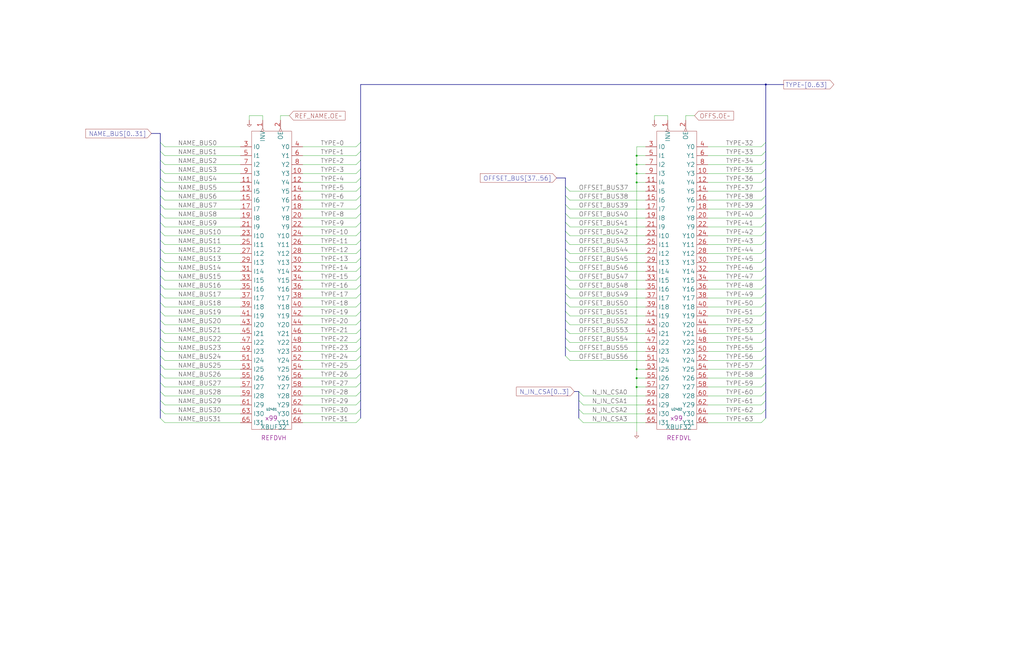
<source format=kicad_sch>
(kicad_sch (version 20220126) (generator eeschema)
  (paper "User" 584.2 378.46)
  (title_block (title "CONTROL STACK REF DRIVE") (date "22-MAY-90") (rev "1.0") (comment 1 "SEQUENCER") (comment 2 "232-003064") (comment 3 "S400") (comment 4 "RELEASED"))
  (lib_symbols
    (symbol "r1000:PD" (power) (pin_numbers hide) (pin_names hide) (in_bom no)
      (symbol "PD_0_1"
        (polyline (pts (xy 0 -2.54) (xy 1.27 -2.54) (xy 0 -3.81) (xy -1.27 -2.54) (xy 0 -2.54)) (stroke (width 0.1524)))
      )
      (symbol "PD_1_1"
        (pin power_in line (at 0 0 270) (length 2.54) (name "PD") (number "1"))
      )
    )
    (symbol "r1000:XBUF32" (pin_names (offset 1.016))
      (property "Reference" "U" (at 2.54 5.08 0))
      (property "Value" "XBUF32" (at -3.81 -5.08 0))
      (property "Location" "___" (at -1.27 0 0))
      (property "Name" "______" (at 3.81 -12.7 0))
      (symbol "XBUF32_1_1"
        (rectangle (start -8.89 163.83) (end 13.97 -6.35))
        (circle (center -2.54 164.465) (radius 0.635))
        (circle (center 7.62 164.465) (radius 0.635))
        (pin input line (at -2.54 170.18 270) (length 5.08) (name "INV") (number "1"))
        (pin tri_state line (at 20.32 139.7 180) (length 6.35) (name "Y3") (number "10"))
        (pin input line (at -15.24 134.62 0) (length 6.35) (name "I4") (number "11"))
        (pin tri_state line (at 20.32 134.62 180) (length 6.35) (name "Y4") (number "12"))
        (pin input line (at -15.24 129.54 0) (length 6.35) (name "I5") (number "13"))
        (pin tri_state line (at 20.32 129.54 180) (length 6.35) (name "Y5") (number "14"))
        (pin input line (at -15.24 124.46 0) (length 6.35) (name "I6") (number "15"))
        (pin tri_state line (at 20.32 124.46 180) (length 6.35) (name "Y6") (number "16"))
        (pin input line (at -15.24 119.38 0) (length 6.35) (name "I7") (number "17"))
        (pin tri_state line (at 20.32 119.38 180) (length 6.35) (name "Y7") (number "18"))
        (pin input line (at -15.24 114.3 0) (length 6.35) (name "I8") (number "19"))
        (pin input line (at 7.62 170.18 270) (length 5.08) (name "OE") (number "2"))
        (pin tri_state line (at 20.32 114.3 180) (length 6.35) (name "Y8") (number "20"))
        (pin input line (at -15.24 109.22 0) (length 6.35) (name "I9") (number "21"))
        (pin tri_state line (at 20.32 109.22 180) (length 6.35) (name "Y9") (number "22"))
        (pin input line (at -15.24 104.14 0) (length 6.35) (name "I10") (number "23"))
        (pin tri_state line (at 20.32 104.14 180) (length 6.35) (name "Y10") (number "24"))
        (pin input line (at -15.24 99.06 0) (length 6.35) (name "I11") (number "25"))
        (pin tri_state line (at 20.32 99.06 180) (length 6.35) (name "Y11") (number "26"))
        (pin input line (at -15.24 93.98 0) (length 6.35) (name "I12") (number "27"))
        (pin tri_state line (at 20.32 93.98 180) (length 6.35) (name "Y12") (number "28"))
        (pin input line (at -15.24 88.9 0) (length 6.35) (name "I13") (number "29"))
        (pin input line (at -15.24 154.94 0) (length 6.35) (name "I0") (number "3"))
        (pin tri_state line (at 20.32 88.9 180) (length 6.35) (name "Y13") (number "30"))
        (pin input line (at -15.24 83.82 0) (length 6.35) (name "I14") (number "31"))
        (pin tri_state line (at 20.32 83.82 180) (length 6.35) (name "Y14") (number "32"))
        (pin input line (at -15.24 78.74 0) (length 6.35) (name "I15") (number "33"))
        (pin tri_state line (at 20.32 78.74 180) (length 6.35) (name "Y15") (number "34"))
        (pin input line (at -15.24 73.66 0) (length 6.35) (name "I16") (number "35"))
        (pin tri_state line (at 20.32 73.66 180) (length 6.35) (name "Y16") (number "36"))
        (pin input line (at -15.24 68.58 0) (length 6.35) (name "I17") (number "37"))
        (pin tri_state line (at 20.32 68.58 180) (length 6.35) (name "Y17") (number "38"))
        (pin input line (at -15.24 63.5 0) (length 6.35) (name "I18") (number "39"))
        (pin tri_state line (at 20.32 154.94 180) (length 6.35) (name "Y0") (number "4"))
        (pin tri_state line (at 20.32 63.5 180) (length 6.35) (name "Y18") (number "40"))
        (pin input line (at -15.24 58.42 0) (length 6.35) (name "I19") (number "41"))
        (pin tri_state line (at 20.32 58.42 180) (length 6.35) (name "Y19") (number "42"))
        (pin input line (at -15.24 53.34 0) (length 6.35) (name "I20") (number "43"))
        (pin tri_state line (at 20.32 53.34 180) (length 6.35) (name "Y20") (number "44"))
        (pin input line (at -15.24 48.26 0) (length 6.35) (name "I21") (number "45"))
        (pin tri_state line (at 20.32 48.26 180) (length 6.35) (name "Y21") (number "46"))
        (pin input line (at -15.24 43.18 0) (length 6.35) (name "I22") (number "47"))
        (pin tri_state line (at 20.32 43.18 180) (length 6.35) (name "Y22") (number "48"))
        (pin input line (at -15.24 38.1 0) (length 6.35) (name "I23") (number "49"))
        (pin input line (at -15.24 149.86 0) (length 6.35) (name "I1") (number "5"))
        (pin tri_state line (at 20.32 38.1 180) (length 6.35) (name "Y23") (number "50"))
        (pin input line (at -15.24 33.02 0) (length 6.35) (name "I24") (number "51"))
        (pin tri_state line (at 20.32 33.02 180) (length 6.35) (name "Y24") (number "52"))
        (pin input line (at -15.24 27.94 0) (length 6.35) (name "I25") (number "53"))
        (pin tri_state line (at 20.32 27.94 180) (length 6.35) (name "Y25") (number "54"))
        (pin input line (at -15.24 22.86 0) (length 6.35) (name "I26") (number "55"))
        (pin tri_state line (at 20.32 22.86 180) (length 6.35) (name "Y26") (number "56"))
        (pin input line (at -15.24 17.78 0) (length 6.35) (name "I27") (number "57"))
        (pin tri_state line (at 20.32 17.78 180) (length 6.35) (name "Y27") (number "58"))
        (pin input line (at -15.24 12.7 0) (length 6.35) (name "I28") (number "59"))
        (pin tri_state line (at 20.32 149.86 180) (length 6.35) (name "Y1") (number "6"))
        (pin tri_state line (at 20.32 12.7 180) (length 6.35) (name "Y28") (number "60"))
        (pin input line (at -15.24 7.62 0) (length 6.35) (name "I29") (number "61"))
        (pin tri_state line (at 20.32 7.62 180) (length 6.35) (name "Y29") (number "62"))
        (pin input line (at -15.24 2.54 0) (length 6.35) (name "I30") (number "63"))
        (pin tri_state line (at 20.32 2.54 180) (length 6.35) (name "Y30") (number "64"))
        (pin input line (at -15.24 -2.54 0) (length 6.35) (name "I31") (number "65"))
        (pin tri_state line (at 20.32 -2.54 180) (length 6.35) (name "Y31") (number "66"))
        (pin input line (at -15.24 144.78 0) (length 6.35) (name "I2") (number "7"))
        (pin tri_state line (at 20.32 144.78 180) (length 6.35) (name "Y2") (number "8"))
        (pin input line (at -15.24 139.7 0) (length 6.35) (name "I3") (number "9"))
      )
    )
  )
  (bus (pts (xy 205.74 101.6) (xy 205.74 106.68)))
  (bus (pts (xy 205.74 106.68) (xy 205.74 111.76)))
  (bus (pts (xy 205.74 111.76) (xy 205.74 116.84)))
  (bus (pts (xy 205.74 116.84) (xy 205.74 121.92)))
  (bus (pts (xy 205.74 121.92) (xy 205.74 127)))
  (bus (pts (xy 205.74 127) (xy 205.74 132.08)))
  (bus (pts (xy 205.74 132.08) (xy 205.74 137.16)))
  (bus (pts (xy 205.74 137.16) (xy 205.74 142.24)))
  (bus (pts (xy 205.74 142.24) (xy 205.74 147.32)))
  (bus (pts (xy 205.74 147.32) (xy 205.74 152.4)))
  (bus (pts (xy 205.74 152.4) (xy 205.74 157.48)))
  (bus (pts (xy 205.74 157.48) (xy 205.74 162.56)))
  (bus (pts (xy 205.74 162.56) (xy 205.74 167.64)))
  (bus (pts (xy 205.74 167.64) (xy 205.74 172.72)))
  (bus (pts (xy 205.74 172.72) (xy 205.74 177.8)))
  (bus (pts (xy 205.74 177.8) (xy 205.74 182.88)))
  (bus (pts (xy 205.74 182.88) (xy 205.74 187.96)))
  (bus (pts (xy 205.74 187.96) (xy 205.74 193.04)))
  (bus (pts (xy 205.74 193.04) (xy 205.74 198.12)))
  (bus (pts (xy 205.74 198.12) (xy 205.74 203.2)))
  (bus (pts (xy 205.74 203.2) (xy 205.74 208.28)))
  (bus (pts (xy 205.74 208.28) (xy 205.74 213.36)))
  (bus (pts (xy 205.74 213.36) (xy 205.74 218.44)))
  (bus (pts (xy 205.74 218.44) (xy 205.74 223.52)))
  (bus (pts (xy 205.74 223.52) (xy 205.74 228.6)))
  (bus (pts (xy 205.74 228.6) (xy 205.74 233.68)))
  (bus (pts (xy 205.74 233.68) (xy 205.74 238.76)))
  (bus (pts (xy 205.74 48.26) (xy 205.74 81.28)))
  (bus (pts (xy 205.74 81.28) (xy 205.74 86.36)))
  (bus (pts (xy 205.74 86.36) (xy 205.74 91.44)))
  (bus (pts (xy 205.74 91.44) (xy 205.74 96.52)))
  (bus (pts (xy 205.74 96.52) (xy 205.74 101.6)))
  (bus (pts (xy 317.5 101.6) (xy 322.58 101.6)))
  (bus (pts (xy 322.58 101.6) (xy 322.58 106.68)))
  (bus (pts (xy 322.58 106.68) (xy 322.58 111.76)))
  (bus (pts (xy 322.58 111.76) (xy 322.58 116.84)))
  (bus (pts (xy 322.58 116.84) (xy 322.58 121.92)))
  (bus (pts (xy 322.58 121.92) (xy 322.58 127)))
  (bus (pts (xy 322.58 127) (xy 322.58 132.08)))
  (bus (pts (xy 322.58 132.08) (xy 322.58 137.16)))
  (bus (pts (xy 322.58 137.16) (xy 322.58 142.24)))
  (bus (pts (xy 322.58 142.24) (xy 322.58 147.32)))
  (bus (pts (xy 322.58 147.32) (xy 322.58 152.4)))
  (bus (pts (xy 322.58 152.4) (xy 322.58 157.48)))
  (bus (pts (xy 322.58 157.48) (xy 322.58 162.56)))
  (bus (pts (xy 322.58 162.56) (xy 322.58 167.64)))
  (bus (pts (xy 322.58 167.64) (xy 322.58 172.72)))
  (bus (pts (xy 322.58 172.72) (xy 322.58 177.8)))
  (bus (pts (xy 322.58 177.8) (xy 322.58 182.88)))
  (bus (pts (xy 322.58 182.88) (xy 322.58 187.96)))
  (bus (pts (xy 322.58 187.96) (xy 322.58 193.04)))
  (bus (pts (xy 322.58 193.04) (xy 322.58 198.12)))
  (bus (pts (xy 322.58 198.12) (xy 322.58 203.2)))
  (bus (pts (xy 327.66 223.52) (xy 330.2 223.52)))
  (bus (pts (xy 330.2 223.52) (xy 330.2 228.6)))
  (bus (pts (xy 330.2 228.6) (xy 330.2 233.68)))
  (bus (pts (xy 330.2 233.68) (xy 330.2 238.76)))
  (bus (pts (xy 436.88 101.6) (xy 436.88 106.68)))
  (bus (pts (xy 436.88 106.68) (xy 436.88 111.76)))
  (bus (pts (xy 436.88 111.76) (xy 436.88 116.84)))
  (bus (pts (xy 436.88 116.84) (xy 436.88 121.92)))
  (bus (pts (xy 436.88 121.92) (xy 436.88 127)))
  (bus (pts (xy 436.88 127) (xy 436.88 132.08)))
  (bus (pts (xy 436.88 132.08) (xy 436.88 137.16)))
  (bus (pts (xy 436.88 137.16) (xy 436.88 142.24)))
  (bus (pts (xy 436.88 142.24) (xy 436.88 147.32)))
  (bus (pts (xy 436.88 147.32) (xy 436.88 152.4)))
  (bus (pts (xy 436.88 152.4) (xy 436.88 157.48)))
  (bus (pts (xy 436.88 157.48) (xy 436.88 162.56)))
  (bus (pts (xy 436.88 162.56) (xy 436.88 167.64)))
  (bus (pts (xy 436.88 167.64) (xy 436.88 172.72)))
  (bus (pts (xy 436.88 172.72) (xy 436.88 177.8)))
  (bus (pts (xy 436.88 177.8) (xy 436.88 182.88)))
  (bus (pts (xy 436.88 182.88) (xy 436.88 187.96)))
  (bus (pts (xy 436.88 187.96) (xy 436.88 193.04)))
  (bus (pts (xy 436.88 193.04) (xy 436.88 198.12)))
  (bus (pts (xy 436.88 198.12) (xy 436.88 203.2)))
  (bus (pts (xy 436.88 203.2) (xy 436.88 208.28)))
  (bus (pts (xy 436.88 208.28) (xy 436.88 213.36)))
  (bus (pts (xy 436.88 213.36) (xy 436.88 218.44)))
  (bus (pts (xy 436.88 218.44) (xy 436.88 223.52)))
  (bus (pts (xy 436.88 223.52) (xy 436.88 228.6)))
  (bus (pts (xy 436.88 228.6) (xy 436.88 233.68)))
  (bus (pts (xy 436.88 233.68) (xy 436.88 238.76)))
  (bus (pts (xy 436.88 48.26) (xy 205.74 48.26)))
  (bus (pts (xy 436.88 48.26) (xy 436.88 81.28)))
  (bus (pts (xy 436.88 81.28) (xy 436.88 86.36)))
  (bus (pts (xy 436.88 86.36) (xy 436.88 91.44)))
  (bus (pts (xy 436.88 91.44) (xy 436.88 96.52)))
  (bus (pts (xy 436.88 96.52) (xy 436.88 101.6)))
  (bus (pts (xy 447.04 48.26) (xy 436.88 48.26)))
  (bus (pts (xy 86.36 76.2) (xy 91.44 76.2)))
  (bus (pts (xy 91.44 101.6) (xy 91.44 106.68)))
  (bus (pts (xy 91.44 106.68) (xy 91.44 111.76)))
  (bus (pts (xy 91.44 111.76) (xy 91.44 116.84)))
  (bus (pts (xy 91.44 116.84) (xy 91.44 121.92)))
  (bus (pts (xy 91.44 121.92) (xy 91.44 127)))
  (bus (pts (xy 91.44 127) (xy 91.44 132.08)))
  (bus (pts (xy 91.44 132.08) (xy 91.44 137.16)))
  (bus (pts (xy 91.44 137.16) (xy 91.44 142.24)))
  (bus (pts (xy 91.44 142.24) (xy 91.44 147.32)))
  (bus (pts (xy 91.44 147.32) (xy 91.44 152.4)))
  (bus (pts (xy 91.44 152.4) (xy 91.44 157.48)))
  (bus (pts (xy 91.44 157.48) (xy 91.44 162.56)))
  (bus (pts (xy 91.44 162.56) (xy 91.44 167.64)))
  (bus (pts (xy 91.44 167.64) (xy 91.44 172.72)))
  (bus (pts (xy 91.44 172.72) (xy 91.44 177.8)))
  (bus (pts (xy 91.44 177.8) (xy 91.44 182.88)))
  (bus (pts (xy 91.44 182.88) (xy 91.44 187.96)))
  (bus (pts (xy 91.44 187.96) (xy 91.44 193.04)))
  (bus (pts (xy 91.44 193.04) (xy 91.44 198.12)))
  (bus (pts (xy 91.44 198.12) (xy 91.44 203.2)))
  (bus (pts (xy 91.44 203.2) (xy 91.44 208.28)))
  (bus (pts (xy 91.44 208.28) (xy 91.44 213.36)))
  (bus (pts (xy 91.44 213.36) (xy 91.44 218.44)))
  (bus (pts (xy 91.44 218.44) (xy 91.44 223.52)))
  (bus (pts (xy 91.44 223.52) (xy 91.44 228.6)))
  (bus (pts (xy 91.44 228.6) (xy 91.44 233.68)))
  (bus (pts (xy 91.44 233.68) (xy 91.44 238.76)))
  (bus (pts (xy 91.44 76.2) (xy 91.44 81.28)))
  (bus (pts (xy 91.44 81.28) (xy 91.44 86.36)))
  (bus (pts (xy 91.44 86.36) (xy 91.44 91.44)))
  (bus (pts (xy 91.44 91.44) (xy 91.44 96.52)))
  (bus (pts (xy 91.44 96.52) (xy 91.44 101.6)))
  (wire (pts (xy 142.24 66.04) (xy 149.86 66.04)))
  (wire (pts (xy 142.24 68.58) (xy 142.24 66.04)))
  (wire (pts (xy 149.86 66.04) (xy 149.86 68.58)))
  (wire (pts (xy 160.02 66.04) (xy 160.02 68.58)))
  (wire (pts (xy 165.1 66.04) (xy 160.02 66.04)))
  (wire (pts (xy 172.72 104.14) (xy 203.2 104.14)))
  (wire (pts (xy 172.72 109.22) (xy 203.2 109.22)))
  (wire (pts (xy 172.72 114.3) (xy 203.2 114.3)))
  (wire (pts (xy 172.72 119.38) (xy 203.2 119.38)))
  (wire (pts (xy 172.72 124.46) (xy 203.2 124.46)))
  (wire (pts (xy 172.72 129.54) (xy 203.2 129.54)))
  (wire (pts (xy 172.72 134.62) (xy 203.2 134.62)))
  (wire (pts (xy 172.72 139.7) (xy 203.2 139.7)))
  (wire (pts (xy 172.72 144.78) (xy 203.2 144.78)))
  (wire (pts (xy 172.72 149.86) (xy 203.2 149.86)))
  (wire (pts (xy 172.72 154.94) (xy 203.2 154.94)))
  (wire (pts (xy 172.72 160.02) (xy 203.2 160.02)))
  (wire (pts (xy 172.72 165.1) (xy 203.2 165.1)))
  (wire (pts (xy 172.72 170.18) (xy 203.2 170.18)))
  (wire (pts (xy 172.72 175.26) (xy 203.2 175.26)))
  (wire (pts (xy 172.72 180.34) (xy 203.2 180.34)))
  (wire (pts (xy 172.72 185.42) (xy 203.2 185.42)))
  (wire (pts (xy 172.72 190.5) (xy 203.2 190.5)))
  (wire (pts (xy 172.72 195.58) (xy 203.2 195.58)))
  (wire (pts (xy 172.72 200.66) (xy 203.2 200.66)))
  (wire (pts (xy 172.72 205.74) (xy 203.2 205.74)))
  (wire (pts (xy 172.72 210.82) (xy 203.2 210.82)))
  (wire (pts (xy 172.72 215.9) (xy 203.2 215.9)))
  (wire (pts (xy 172.72 220.98) (xy 203.2 220.98)))
  (wire (pts (xy 172.72 226.06) (xy 203.2 226.06)))
  (wire (pts (xy 172.72 231.14) (xy 203.2 231.14)))
  (wire (pts (xy 172.72 236.22) (xy 203.2 236.22)))
  (wire (pts (xy 172.72 241.3) (xy 203.2 241.3)))
  (wire (pts (xy 172.72 83.82) (xy 203.2 83.82)))
  (wire (pts (xy 172.72 88.9) (xy 203.2 88.9)))
  (wire (pts (xy 172.72 93.98) (xy 203.2 93.98)))
  (wire (pts (xy 172.72 99.06) (xy 203.2 99.06)))
  (wire (pts (xy 325.12 109.22) (xy 368.3 109.22)))
  (wire (pts (xy 325.12 114.3) (xy 368.3 114.3)))
  (wire (pts (xy 325.12 119.38) (xy 368.3 119.38)))
  (wire (pts (xy 325.12 124.46) (xy 368.3 124.46)))
  (wire (pts (xy 325.12 129.54) (xy 368.3 129.54)))
  (wire (pts (xy 325.12 134.62) (xy 368.3 134.62)))
  (wire (pts (xy 325.12 139.7) (xy 368.3 139.7)))
  (wire (pts (xy 325.12 144.78) (xy 368.3 144.78)))
  (wire (pts (xy 325.12 149.86) (xy 368.3 149.86)))
  (wire (pts (xy 325.12 154.94) (xy 368.3 154.94)))
  (wire (pts (xy 325.12 160.02) (xy 368.3 160.02)))
  (wire (pts (xy 325.12 165.1) (xy 368.3 165.1)))
  (wire (pts (xy 325.12 170.18) (xy 368.3 170.18)))
  (wire (pts (xy 325.12 175.26) (xy 368.3 175.26)))
  (wire (pts (xy 325.12 180.34) (xy 368.3 180.34)))
  (wire (pts (xy 325.12 185.42) (xy 368.3 185.42)))
  (wire (pts (xy 325.12 190.5) (xy 368.3 190.5)))
  (wire (pts (xy 325.12 195.58) (xy 368.3 195.58)))
  (wire (pts (xy 325.12 200.66) (xy 368.3 200.66)))
  (wire (pts (xy 325.12 205.74) (xy 368.3 205.74)))
  (wire (pts (xy 332.74 226.06) (xy 368.3 226.06)))
  (wire (pts (xy 332.74 231.14) (xy 368.3 231.14)))
  (wire (pts (xy 332.74 236.22) (xy 368.3 236.22)))
  (wire (pts (xy 332.74 241.3) (xy 368.3 241.3)))
  (wire (pts (xy 363.22 104.14) (xy 363.22 210.82)))
  (wire (pts (xy 363.22 104.14) (xy 368.3 104.14)))
  (wire (pts (xy 363.22 210.82) (xy 363.22 215.9)))
  (wire (pts (xy 363.22 210.82) (xy 368.3 210.82)))
  (wire (pts (xy 363.22 215.9) (xy 363.22 220.98)))
  (wire (pts (xy 363.22 215.9) (xy 368.3 215.9)))
  (wire (pts (xy 363.22 220.98) (xy 363.22 246.38)))
  (wire (pts (xy 363.22 220.98) (xy 368.3 220.98)))
  (wire (pts (xy 363.22 83.82) (xy 363.22 88.9)))
  (wire (pts (xy 363.22 88.9) (xy 363.22 93.98)))
  (wire (pts (xy 363.22 88.9) (xy 368.3 88.9)))
  (wire (pts (xy 363.22 93.98) (xy 363.22 99.06)))
  (wire (pts (xy 363.22 93.98) (xy 368.3 93.98)))
  (wire (pts (xy 363.22 99.06) (xy 363.22 104.14)))
  (wire (pts (xy 363.22 99.06) (xy 368.3 99.06)))
  (wire (pts (xy 368.3 83.82) (xy 363.22 83.82)))
  (wire (pts (xy 373.38 66.04) (xy 381 66.04)))
  (wire (pts (xy 373.38 68.58) (xy 373.38 66.04)))
  (wire (pts (xy 381 66.04) (xy 381 68.58)))
  (wire (pts (xy 391.16 66.04) (xy 391.16 68.58)))
  (wire (pts (xy 396.24 66.04) (xy 391.16 66.04)))
  (wire (pts (xy 403.86 104.14) (xy 434.34 104.14)))
  (wire (pts (xy 403.86 109.22) (xy 434.34 109.22)))
  (wire (pts (xy 403.86 114.3) (xy 434.34 114.3)))
  (wire (pts (xy 403.86 119.38) (xy 434.34 119.38)))
  (wire (pts (xy 403.86 124.46) (xy 434.34 124.46)))
  (wire (pts (xy 403.86 129.54) (xy 434.34 129.54)))
  (wire (pts (xy 403.86 134.62) (xy 434.34 134.62)))
  (wire (pts (xy 403.86 139.7) (xy 434.34 139.7)))
  (wire (pts (xy 403.86 144.78) (xy 434.34 144.78)))
  (wire (pts (xy 403.86 149.86) (xy 434.34 149.86)))
  (wire (pts (xy 403.86 154.94) (xy 434.34 154.94)))
  (wire (pts (xy 403.86 160.02) (xy 434.34 160.02)))
  (wire (pts (xy 403.86 165.1) (xy 434.34 165.1)))
  (wire (pts (xy 403.86 170.18) (xy 434.34 170.18)))
  (wire (pts (xy 403.86 175.26) (xy 434.34 175.26)))
  (wire (pts (xy 403.86 180.34) (xy 434.34 180.34)))
  (wire (pts (xy 403.86 185.42) (xy 434.34 185.42)))
  (wire (pts (xy 403.86 190.5) (xy 434.34 190.5)))
  (wire (pts (xy 403.86 195.58) (xy 434.34 195.58)))
  (wire (pts (xy 403.86 200.66) (xy 434.34 200.66)))
  (wire (pts (xy 403.86 205.74) (xy 434.34 205.74)))
  (wire (pts (xy 403.86 210.82) (xy 434.34 210.82)))
  (wire (pts (xy 403.86 215.9) (xy 434.34 215.9)))
  (wire (pts (xy 403.86 220.98) (xy 434.34 220.98)))
  (wire (pts (xy 403.86 226.06) (xy 434.34 226.06)))
  (wire (pts (xy 403.86 231.14) (xy 434.34 231.14)))
  (wire (pts (xy 403.86 236.22) (xy 434.34 236.22)))
  (wire (pts (xy 403.86 241.3) (xy 434.34 241.3)))
  (wire (pts (xy 403.86 83.82) (xy 434.34 83.82)))
  (wire (pts (xy 403.86 88.9) (xy 434.34 88.9)))
  (wire (pts (xy 403.86 93.98) (xy 434.34 93.98)))
  (wire (pts (xy 403.86 99.06) (xy 434.34 99.06)))
  (wire (pts (xy 93.98 104.14) (xy 137.16 104.14)))
  (wire (pts (xy 93.98 109.22) (xy 137.16 109.22)))
  (wire (pts (xy 93.98 114.3) (xy 137.16 114.3)))
  (wire (pts (xy 93.98 119.38) (xy 137.16 119.38)))
  (wire (pts (xy 93.98 124.46) (xy 137.16 124.46)))
  (wire (pts (xy 93.98 129.54) (xy 137.16 129.54)))
  (wire (pts (xy 93.98 134.62) (xy 137.16 134.62)))
  (wire (pts (xy 93.98 139.7) (xy 137.16 139.7)))
  (wire (pts (xy 93.98 144.78) (xy 137.16 144.78)))
  (wire (pts (xy 93.98 149.86) (xy 137.16 149.86)))
  (wire (pts (xy 93.98 154.94) (xy 137.16 154.94)))
  (wire (pts (xy 93.98 160.02) (xy 137.16 160.02)))
  (wire (pts (xy 93.98 165.1) (xy 137.16 165.1)))
  (wire (pts (xy 93.98 170.18) (xy 137.16 170.18)))
  (wire (pts (xy 93.98 175.26) (xy 137.16 175.26)))
  (wire (pts (xy 93.98 180.34) (xy 137.16 180.34)))
  (wire (pts (xy 93.98 185.42) (xy 137.16 185.42)))
  (wire (pts (xy 93.98 190.5) (xy 137.16 190.5)))
  (wire (pts (xy 93.98 195.58) (xy 137.16 195.58)))
  (wire (pts (xy 93.98 200.66) (xy 137.16 200.66)))
  (wire (pts (xy 93.98 205.74) (xy 137.16 205.74)))
  (wire (pts (xy 93.98 210.82) (xy 137.16 210.82)))
  (wire (pts (xy 93.98 215.9) (xy 137.16 215.9)))
  (wire (pts (xy 93.98 220.98) (xy 137.16 220.98)))
  (wire (pts (xy 93.98 226.06) (xy 137.16 226.06)))
  (wire (pts (xy 93.98 231.14) (xy 137.16 231.14)))
  (wire (pts (xy 93.98 236.22) (xy 137.16 236.22)))
  (wire (pts (xy 93.98 241.3) (xy 137.16 241.3)))
  (wire (pts (xy 93.98 83.82) (xy 137.16 83.82)))
  (wire (pts (xy 93.98 88.9) (xy 137.16 88.9)))
  (wire (pts (xy 93.98 93.98) (xy 137.16 93.98)))
  (wire (pts (xy 93.98 99.06) (xy 137.16 99.06)))
  (global_label "NAME_BUS[0..31]" (shape input) (at 86.36 76.2 180) (effects (font (size 2.54 2.54))) (property "Intersheet References" "${INTERSHEET_REFS}" (at 48.8769 76.0413 0) (effects (font (size 1.905 1.905)) (justify right))))
  (bus_entry (at 91.44 81.28) (size 2.54 2.54))
  (bus_entry (at 91.44 86.36) (size 2.54 2.54))
  (bus_entry (at 91.44 91.44) (size 2.54 2.54))
  (bus_entry (at 91.44 96.52) (size 2.54 2.54))
  (bus_entry (at 91.44 101.6) (size 2.54 2.54))
  (bus_entry (at 91.44 106.68) (size 2.54 2.54))
  (bus_entry (at 91.44 111.76) (size 2.54 2.54))
  (bus_entry (at 91.44 116.84) (size 2.54 2.54))
  (bus_entry (at 91.44 121.92) (size 2.54 2.54))
  (bus_entry (at 91.44 127) (size 2.54 2.54))
  (bus_entry (at 91.44 132.08) (size 2.54 2.54))
  (bus_entry (at 91.44 137.16) (size 2.54 2.54))
  (bus_entry (at 91.44 142.24) (size 2.54 2.54))
  (bus_entry (at 91.44 147.32) (size 2.54 2.54))
  (bus_entry (at 91.44 152.4) (size 2.54 2.54))
  (bus_entry (at 91.44 157.48) (size 2.54 2.54))
  (bus_entry (at 91.44 162.56) (size 2.54 2.54))
  (bus_entry (at 91.44 167.64) (size 2.54 2.54))
  (bus_entry (at 91.44 172.72) (size 2.54 2.54))
  (bus_entry (at 91.44 177.8) (size 2.54 2.54))
  (bus_entry (at 91.44 182.88) (size 2.54 2.54))
  (bus_entry (at 91.44 187.96) (size 2.54 2.54))
  (bus_entry (at 91.44 193.04) (size 2.54 2.54))
  (bus_entry (at 91.44 198.12) (size 2.54 2.54))
  (bus_entry (at 91.44 203.2) (size 2.54 2.54))
  (bus_entry (at 91.44 208.28) (size 2.54 2.54))
  (bus_entry (at 91.44 213.36) (size 2.54 2.54))
  (bus_entry (at 91.44 218.44) (size 2.54 2.54))
  (bus_entry (at 91.44 223.52) (size 2.54 2.54))
  (bus_entry (at 91.44 228.6) (size 2.54 2.54))
  (bus_entry (at 91.44 233.68) (size 2.54 2.54))
  (bus_entry (at 91.44 238.76) (size 2.54 2.54))
  (label "NAME_BUS0" (at 101.6 83.82 0) (effects (font (size 2.54 2.54))))
  (label "NAME_BUS1" (at 101.6 88.9 0) (effects (font (size 2.54 2.54))))
  (label "NAME_BUS2" (at 101.6 93.98 0) (effects (font (size 2.54 2.54))))
  (label "NAME_BUS3" (at 101.6 99.06 0) (effects (font (size 2.54 2.54))))
  (label "NAME_BUS4" (at 101.6 104.14 0) (effects (font (size 2.54 2.54))))
  (label "NAME_BUS5" (at 101.6 109.22 0) (effects (font (size 2.54 2.54))))
  (label "NAME_BUS6" (at 101.6 114.3 0) (effects (font (size 2.54 2.54))))
  (label "NAME_BUS7" (at 101.6 119.38 0) (effects (font (size 2.54 2.54))))
  (label "NAME_BUS8" (at 101.6 124.46 0) (effects (font (size 2.54 2.54))))
  (label "NAME_BUS9" (at 101.6 129.54 0) (effects (font (size 2.54 2.54))))
  (label "NAME_BUS10" (at 101.6 134.62 0) (effects (font (size 2.54 2.54))))
  (label "NAME_BUS11" (at 101.6 139.7 0) (effects (font (size 2.54 2.54))))
  (label "NAME_BUS12" (at 101.6 144.78 0) (effects (font (size 2.54 2.54))))
  (label "NAME_BUS13" (at 101.6 149.86 0) (effects (font (size 2.54 2.54))))
  (label "NAME_BUS14" (at 101.6 154.94 0) (effects (font (size 2.54 2.54))))
  (label "NAME_BUS15" (at 101.6 160.02 0) (effects (font (size 2.54 2.54))))
  (label "NAME_BUS16" (at 101.6 165.1 0) (effects (font (size 2.54 2.54))))
  (label "NAME_BUS17" (at 101.6 170.18 0) (effects (font (size 2.54 2.54))))
  (label "NAME_BUS18" (at 101.6 175.26 0) (effects (font (size 2.54 2.54))))
  (label "NAME_BUS19" (at 101.6 180.34 0) (effects (font (size 2.54 2.54))))
  (label "NAME_BUS20" (at 101.6 185.42 0) (effects (font (size 2.54 2.54))))
  (label "NAME_BUS21" (at 101.6 190.5 0) (effects (font (size 2.54 2.54))))
  (label "NAME_BUS22" (at 101.6 195.58 0) (effects (font (size 2.54 2.54))))
  (label "NAME_BUS23" (at 101.6 200.66 0) (effects (font (size 2.54 2.54))))
  (label "NAME_BUS24" (at 101.6 205.74 0) (effects (font (size 2.54 2.54))))
  (label "NAME_BUS25" (at 101.6 210.82 0) (effects (font (size 2.54 2.54))))
  (label "NAME_BUS26" (at 101.6 215.9 0) (effects (font (size 2.54 2.54))))
  (label "NAME_BUS27" (at 101.6 220.98 0) (effects (font (size 2.54 2.54))))
  (label "NAME_BUS28" (at 101.6 226.06 0) (effects (font (size 2.54 2.54))))
  (label "NAME_BUS29" (at 101.6 231.14 0) (effects (font (size 2.54 2.54))))
  (label "NAME_BUS30" (at 101.6 236.22 0) (effects (font (size 2.54 2.54))))
  (label "NAME_BUS31" (at 101.6 241.3 0) (effects (font (size 2.54 2.54))))
  (symbol (lib_id "r1000:PD") (at 142.24 68.58 0) (unit 1) (in_bom no)
    (property "Reference" "#PWR02402" (effects hide))
    (property "Value" "PD" (effects hide))
  )
  (symbol (lib_id "r1000:XBUF32") (at 152.4 238.76 0) (unit 1)
    (property "Reference" "U2401" (at 154.94 233.68 0))
    (property "Value" "XBUF32" (at 148.59 243.84 0) (effects (font (size 2.54 2.54)) (justify left)))
    (property "Location" "x99" (at 151.13 238.76 0) (effects (font (size 2.54 2.54)) (justify left)))
    (property "Name" "REFDVH" (at 156.21 251.46 0) (effects (font (size 2.54 2.54)) (justify bottom)))
  )
  (global_label "REF_NAME.OE~" (shape input) (at 165.1 66.04 0) (effects (font (size 2.54 2.54))) (property "Intersheet References" "${INTERSHEET_REFS}" (at 196.8984 65.8813 0) (effects (font (size 1.905 1.905)) (justify left))))
  (label "TYPE~0" (at 182.88 83.82 0) (effects (font (size 2.54 2.54))))
  (label "TYPE~1" (at 182.88 88.9 0) (effects (font (size 2.54 2.54))))
  (label "TYPE~2" (at 182.88 93.98 0) (effects (font (size 2.54 2.54))))
  (label "TYPE~3" (at 182.88 99.06 0) (effects (font (size 2.54 2.54))))
  (label "TYPE~4" (at 182.88 104.14 0) (effects (font (size 2.54 2.54))))
  (label "TYPE~5" (at 182.88 109.22 0) (effects (font (size 2.54 2.54))))
  (label "TYPE~6" (at 182.88 114.3 0) (effects (font (size 2.54 2.54))))
  (label "TYPE~7" (at 182.88 119.38 0) (effects (font (size 2.54 2.54))))
  (label "TYPE~8" (at 182.88 124.46 0) (effects (font (size 2.54 2.54))))
  (label "TYPE~9" (at 182.88 129.54 0) (effects (font (size 2.54 2.54))))
  (label "TYPE~10" (at 182.88 134.62 0) (effects (font (size 2.54 2.54))))
  (label "TYPE~11" (at 182.88 139.7 0) (effects (font (size 2.54 2.54))))
  (label "TYPE~12" (at 182.88 144.78 0) (effects (font (size 2.54 2.54))))
  (label "TYPE~13" (at 182.88 149.86 0) (effects (font (size 2.54 2.54))))
  (label "TYPE~14" (at 182.88 154.94 0) (effects (font (size 2.54 2.54))))
  (label "TYPE~15" (at 182.88 160.02 0) (effects (font (size 2.54 2.54))))
  (label "TYPE~16" (at 182.88 165.1 0) (effects (font (size 2.54 2.54))))
  (label "TYPE~17" (at 182.88 170.18 0) (effects (font (size 2.54 2.54))))
  (label "TYPE~18" (at 182.88 175.26 0) (effects (font (size 2.54 2.54))))
  (label "TYPE~19" (at 182.88 180.34 0) (effects (font (size 2.54 2.54))))
  (label "TYPE~20" (at 182.88 185.42 0) (effects (font (size 2.54 2.54))))
  (label "TYPE~21" (at 182.88 190.5 0) (effects (font (size 2.54 2.54))))
  (label "TYPE~22" (at 182.88 195.58 0) (effects (font (size 2.54 2.54))))
  (label "TYPE~23" (at 182.88 200.66 0) (effects (font (size 2.54 2.54))))
  (label "TYPE~24" (at 182.88 205.74 0) (effects (font (size 2.54 2.54))))
  (label "TYPE~25" (at 182.88 210.82 0) (effects (font (size 2.54 2.54))))
  (label "TYPE~26" (at 182.88 215.9 0) (effects (font (size 2.54 2.54))))
  (label "TYPE~27" (at 182.88 220.98 0) (effects (font (size 2.54 2.54))))
  (label "TYPE~28" (at 182.88 226.06 0) (effects (font (size 2.54 2.54))))
  (label "TYPE~29" (at 182.88 231.14 0) (effects (font (size 2.54 2.54))))
  (label "TYPE~30" (at 182.88 236.22 0) (effects (font (size 2.54 2.54))))
  (label "TYPE~31" (at 182.88 241.3 0) (effects (font (size 2.54 2.54))))
  (bus_entry (at 205.74 81.28) (size -2.54 2.54))
  (bus_entry (at 205.74 86.36) (size -2.54 2.54))
  (bus_entry (at 205.74 91.44) (size -2.54 2.54))
  (bus_entry (at 205.74 96.52) (size -2.54 2.54))
  (bus_entry (at 205.74 101.6) (size -2.54 2.54))
  (bus_entry (at 205.74 106.68) (size -2.54 2.54))
  (bus_entry (at 205.74 111.76) (size -2.54 2.54))
  (bus_entry (at 205.74 116.84) (size -2.54 2.54))
  (bus_entry (at 205.74 121.92) (size -2.54 2.54))
  (bus_entry (at 205.74 127) (size -2.54 2.54))
  (bus_entry (at 205.74 132.08) (size -2.54 2.54))
  (bus_entry (at 205.74 137.16) (size -2.54 2.54))
  (bus_entry (at 205.74 142.24) (size -2.54 2.54))
  (bus_entry (at 205.74 147.32) (size -2.54 2.54))
  (bus_entry (at 205.74 152.4) (size -2.54 2.54))
  (bus_entry (at 205.74 157.48) (size -2.54 2.54))
  (bus_entry (at 205.74 162.56) (size -2.54 2.54))
  (bus_entry (at 205.74 167.64) (size -2.54 2.54))
  (bus_entry (at 205.74 172.72) (size -2.54 2.54))
  (bus_entry (at 205.74 177.8) (size -2.54 2.54))
  (bus_entry (at 205.74 182.88) (size -2.54 2.54))
  (bus_entry (at 205.74 187.96) (size -2.54 2.54))
  (bus_entry (at 205.74 193.04) (size -2.54 2.54))
  (bus_entry (at 205.74 198.12) (size -2.54 2.54))
  (bus_entry (at 205.74 203.2) (size -2.54 2.54))
  (bus_entry (at 205.74 208.28) (size -2.54 2.54))
  (bus_entry (at 205.74 213.36) (size -2.54 2.54))
  (bus_entry (at 205.74 218.44) (size -2.54 2.54))
  (bus_entry (at 205.74 223.52) (size -2.54 2.54))
  (bus_entry (at 205.74 228.6) (size -2.54 2.54))
  (bus_entry (at 205.74 233.68) (size -2.54 2.54))
  (bus_entry (at 205.74 238.76) (size -2.54 2.54))
  (global_label "OFFSET_BUS[37..56]" (shape input) (at 317.5 101.6 180) (effects (font (size 2.54 2.54))) (property "Intersheet References" "${INTERSHEET_REFS}" (at 273.9692 101.4413 0) (effects (font (size 1.905 1.905)) (justify right))))
  (bus_entry (at 322.58 106.68) (size 2.54 2.54))
  (bus_entry (at 322.58 111.76) (size 2.54 2.54))
  (bus_entry (at 322.58 116.84) (size 2.54 2.54))
  (bus_entry (at 322.58 121.92) (size 2.54 2.54))
  (bus_entry (at 322.58 127) (size 2.54 2.54))
  (bus_entry (at 322.58 132.08) (size 2.54 2.54))
  (bus_entry (at 322.58 137.16) (size 2.54 2.54))
  (bus_entry (at 322.58 142.24) (size 2.54 2.54))
  (bus_entry (at 322.58 147.32) (size 2.54 2.54))
  (bus_entry (at 322.58 152.4) (size 2.54 2.54))
  (bus_entry (at 322.58 157.48) (size 2.54 2.54))
  (bus_entry (at 322.58 162.56) (size 2.54 2.54))
  (bus_entry (at 322.58 167.64) (size 2.54 2.54))
  (bus_entry (at 322.58 172.72) (size 2.54 2.54))
  (bus_entry (at 322.58 177.8) (size 2.54 2.54))
  (bus_entry (at 322.58 182.88) (size 2.54 2.54))
  (bus_entry (at 322.58 187.96) (size 2.54 2.54))
  (bus_entry (at 322.58 193.04) (size 2.54 2.54))
  (bus_entry (at 322.58 198.12) (size 2.54 2.54))
  (bus_entry (at 322.58 203.2) (size 2.54 2.54))
  (global_label "N_IN_CSA[0..3]" (shape input) (at 327.66 223.52 180) (effects (font (size 2.54 2.54))) (property "Intersheet References" "${INTERSHEET_REFS}" (at 294.6521 223.3613 0) (effects (font (size 1.905 1.905)) (justify right))))
  (label "OFFSET_BUS37" (at 330.2 109.22 0) (effects (font (size 2.54 2.54))))
  (label "OFFSET_BUS38" (at 330.2 114.3 0) (effects (font (size 2.54 2.54))))
  (label "OFFSET_BUS39" (at 330.2 119.38 0) (effects (font (size 2.54 2.54))))
  (label "OFFSET_BUS40" (at 330.2 124.46 0) (effects (font (size 2.54 2.54))))
  (label "OFFSET_BUS41" (at 330.2 129.54 0) (effects (font (size 2.54 2.54))))
  (label "OFFSET_BUS42" (at 330.2 134.62 0) (effects (font (size 2.54 2.54))))
  (label "OFFSET_BUS43" (at 330.2 139.7 0) (effects (font (size 2.54 2.54))))
  (label "OFFSET_BUS44" (at 330.2 144.78 0) (effects (font (size 2.54 2.54))))
  (label "OFFSET_BUS45" (at 330.2 149.86 0) (effects (font (size 2.54 2.54))))
  (label "OFFSET_BUS46" (at 330.2 154.94 0) (effects (font (size 2.54 2.54))))
  (label "OFFSET_BUS47" (at 330.2 160.02 0) (effects (font (size 2.54 2.54))))
  (label "OFFSET_BUS48" (at 330.2 165.1 0) (effects (font (size 2.54 2.54))))
  (label "OFFSET_BUS49" (at 330.2 170.18 0) (effects (font (size 2.54 2.54))))
  (label "OFFSET_BUS50" (at 330.2 175.26 0) (effects (font (size 2.54 2.54))))
  (label "OFFSET_BUS51" (at 330.2 180.34 0) (effects (font (size 2.54 2.54))))
  (label "OFFSET_BUS52" (at 330.2 185.42 0) (effects (font (size 2.54 2.54))))
  (label "OFFSET_BUS53" (at 330.2 190.5 0) (effects (font (size 2.54 2.54))))
  (label "OFFSET_BUS54" (at 330.2 195.58 0) (effects (font (size 2.54 2.54))))
  (label "OFFSET_BUS55" (at 330.2 200.66 0) (effects (font (size 2.54 2.54))))
  (label "OFFSET_BUS56" (at 330.2 205.74 0) (effects (font (size 2.54 2.54))))
  (bus_entry (at 330.2 223.52) (size 2.54 2.54))
  (bus_entry (at 330.2 228.6) (size 2.54 2.54))
  (bus_entry (at 330.2 233.68) (size 2.54 2.54))
  (bus_entry (at 330.2 238.76) (size 2.54 2.54))
  (label "N_IN_CSA0" (at 337.82 226.06 0) (effects (font (size 2.54 2.54))))
  (label "N_IN_CSA1" (at 337.82 231.14 0) (effects (font (size 2.54 2.54))))
  (label "N_IN_CSA2" (at 337.82 236.22 0) (effects (font (size 2.54 2.54))))
  (label "N_IN_CSA3" (at 337.82 241.3 0) (effects (font (size 2.54 2.54))))
  (junction (at 363.22 88.9))
  (junction (at 363.22 93.98))
  (junction (at 363.22 99.06))
  (junction (at 363.22 104.14))
  (junction (at 363.22 210.82))
  (junction (at 363.22 215.9))
  (junction (at 363.22 220.98))
  (symbol (lib_id "r1000:PD") (at 363.22 246.38 0) (unit 1) (in_bom no)
    (property "Reference" "#PWR02401" (effects hide))
    (property "Value" "PD" (effects hide))
  )
  (symbol (lib_id "r1000:PD") (at 373.38 68.58 0) (unit 1) (in_bom no)
    (property "Reference" "#PWR02403" (effects hide))
    (property "Value" "PD" (effects hide))
  )
  (symbol (lib_id "r1000:XBUF32") (at 383.54 238.76 0) (unit 1)
    (property "Reference" "U2402" (at 386.08 233.68 0))
    (property "Value" "XBUF32" (at 379.73 243.84 0) (effects (font (size 2.54 2.54)) (justify left)))
    (property "Location" "x99" (at 382.27 238.76 0) (effects (font (size 2.54 2.54)) (justify left)))
    (property "Name" "REFDVL" (at 387.35 251.46 0) (effects (font (size 2.54 2.54)) (justify bottom)))
  )
  (global_label "OFFS.OE~" (shape input) (at 396.24 66.04 0) (effects (font (size 2.54 2.54))) (property "Intersheet References" "${INTERSHEET_REFS}" (at 418.4831 65.8813 0) (effects (font (size 1.905 1.905)) (justify left))))
  (label "TYPE~32" (at 414.02 83.82 0) (effects (font (size 2.54 2.54))))
  (label "TYPE~33" (at 414.02 88.9 0) (effects (font (size 2.54 2.54))))
  (label "TYPE~34" (at 414.02 93.98 0) (effects (font (size 2.54 2.54))))
  (label "TYPE~35" (at 414.02 99.06 0) (effects (font (size 2.54 2.54))))
  (label "TYPE~36" (at 414.02 104.14 0) (effects (font (size 2.54 2.54))))
  (label "TYPE~37" (at 414.02 109.22 0) (effects (font (size 2.54 2.54))))
  (label "TYPE~38" (at 414.02 114.3 0) (effects (font (size 2.54 2.54))))
  (label "TYPE~39" (at 414.02 119.38 0) (effects (font (size 2.54 2.54))))
  (label "TYPE~40" (at 414.02 124.46 0) (effects (font (size 2.54 2.54))))
  (label "TYPE~41" (at 414.02 129.54 0) (effects (font (size 2.54 2.54))))
  (label "TYPE~42" (at 414.02 134.62 0) (effects (font (size 2.54 2.54))))
  (label "TYPE~43" (at 414.02 139.7 0) (effects (font (size 2.54 2.54))))
  (label "TYPE~44" (at 414.02 144.78 0) (effects (font (size 2.54 2.54))))
  (label "TYPE~45" (at 414.02 149.86 0) (effects (font (size 2.54 2.54))))
  (label "TYPE~46" (at 414.02 154.94 0) (effects (font (size 2.54 2.54))))
  (label "TYPE~47" (at 414.02 160.02 0) (effects (font (size 2.54 2.54))))
  (label "TYPE~48" (at 414.02 165.1 0) (effects (font (size 2.54 2.54))))
  (label "TYPE~49" (at 414.02 170.18 0) (effects (font (size 2.54 2.54))))
  (label "TYPE~50" (at 414.02 175.26 0) (effects (font (size 2.54 2.54))))
  (label "TYPE~51" (at 414.02 180.34 0) (effects (font (size 2.54 2.54))))
  (label "TYPE~52" (at 414.02 185.42 0) (effects (font (size 2.54 2.54))))
  (label "TYPE~53" (at 414.02 190.5 0) (effects (font (size 2.54 2.54))))
  (label "TYPE~54" (at 414.02 195.58 0) (effects (font (size 2.54 2.54))))
  (label "TYPE~55" (at 414.02 200.66 0) (effects (font (size 2.54 2.54))))
  (label "TYPE~56" (at 414.02 205.74 0) (effects (font (size 2.54 2.54))))
  (label "TYPE~57" (at 414.02 210.82 0) (effects (font (size 2.54 2.54))))
  (label "TYPE~58" (at 414.02 215.9 0) (effects (font (size 2.54 2.54))))
  (label "TYPE~59" (at 414.02 220.98 0) (effects (font (size 2.54 2.54))))
  (label "TYPE~60" (at 414.02 226.06 0) (effects (font (size 2.54 2.54))))
  (label "TYPE~61" (at 414.02 231.14 0) (effects (font (size 2.54 2.54))))
  (label "TYPE~62" (at 414.02 236.22 0) (effects (font (size 2.54 2.54))))
  (label "TYPE~63" (at 414.02 241.3 0) (effects (font (size 2.54 2.54))))
  (junction (at 436.88 48.26))
  (bus_entry (at 436.88 81.28) (size -2.54 2.54))
  (bus_entry (at 436.88 86.36) (size -2.54 2.54))
  (bus_entry (at 436.88 91.44) (size -2.54 2.54))
  (bus_entry (at 436.88 96.52) (size -2.54 2.54))
  (bus_entry (at 436.88 101.6) (size -2.54 2.54))
  (bus_entry (at 436.88 106.68) (size -2.54 2.54))
  (bus_entry (at 436.88 111.76) (size -2.54 2.54))
  (bus_entry (at 436.88 116.84) (size -2.54 2.54))
  (bus_entry (at 436.88 121.92) (size -2.54 2.54))
  (bus_entry (at 436.88 127) (size -2.54 2.54))
  (bus_entry (at 436.88 132.08) (size -2.54 2.54))
  (bus_entry (at 436.88 137.16) (size -2.54 2.54))
  (bus_entry (at 436.88 142.24) (size -2.54 2.54))
  (bus_entry (at 436.88 147.32) (size -2.54 2.54))
  (bus_entry (at 436.88 152.4) (size -2.54 2.54))
  (bus_entry (at 436.88 157.48) (size -2.54 2.54))
  (bus_entry (at 436.88 162.56) (size -2.54 2.54))
  (bus_entry (at 436.88 167.64) (size -2.54 2.54))
  (bus_entry (at 436.88 172.72) (size -2.54 2.54))
  (bus_entry (at 436.88 177.8) (size -2.54 2.54))
  (bus_entry (at 436.88 182.88) (size -2.54 2.54))
  (bus_entry (at 436.88 187.96) (size -2.54 2.54))
  (bus_entry (at 436.88 193.04) (size -2.54 2.54))
  (bus_entry (at 436.88 198.12) (size -2.54 2.54))
  (bus_entry (at 436.88 203.2) (size -2.54 2.54))
  (bus_entry (at 436.88 208.28) (size -2.54 2.54))
  (bus_entry (at 436.88 213.36) (size -2.54 2.54))
  (bus_entry (at 436.88 218.44) (size -2.54 2.54))
  (bus_entry (at 436.88 223.52) (size -2.54 2.54))
  (bus_entry (at 436.88 228.6) (size -2.54 2.54))
  (bus_entry (at 436.88 233.68) (size -2.54 2.54))
  (bus_entry (at 436.88 238.76) (size -2.54 2.54))
  (global_label "TYPE~[0..63]" (shape output) (at 447.04 48.26 0) (effects (font (size 2.54 2.54))) (property "Intersheet References" "${INTERSHEET_REFS}" (at 475.6936 48.1013 0) (effects (font (size 1.905 1.905)) (justify left))))
)
</source>
